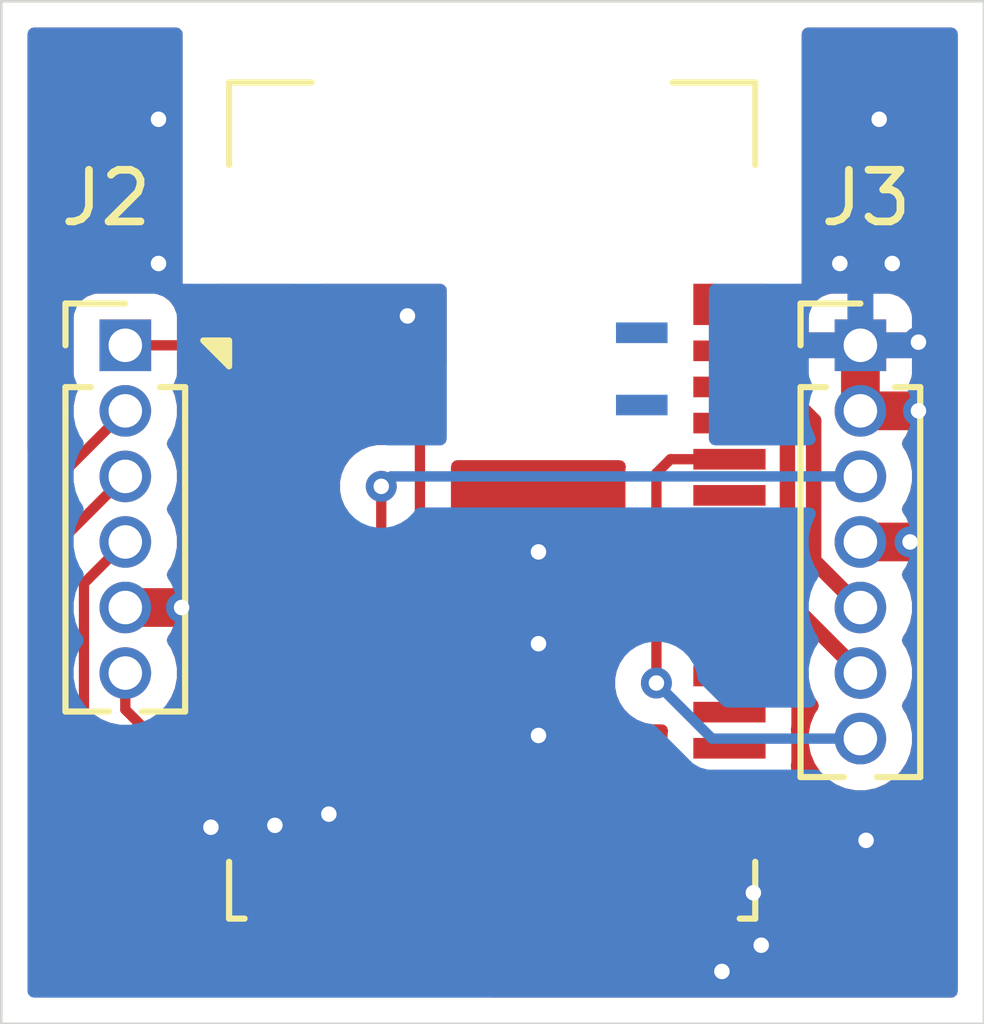
<source format=kicad_pcb>
(kicad_pcb (version 20241229) (generator "pcbnew") (generator_version "9.0")
  (layers (0 "F.Cu" signal) (2 "B.Cu" signal) (13 "F.Paste" user) (15 "B.Paste" user) (5 "F.SilkS" user "F.Silkscreen") (7 "B.SilkS" user "B.Silkscreen") (1 "F.Mask" user) (3 "B.Mask" user) (25 "Edge.Cuts" user))
  (net 0 "")
  (net 1 "/GPIO_0")
  (net 2 "/SWCLK")
  (net 3 "/VDD")
  (net 4 "/RST")
  (net 5 "/GND")
  (net 6 "/GPIO_1")
  (net 7 "/SWDIO")
  (net 11 "/GPIO_2")
  (net 25 "/GPIO_3")
  (footprint "Connector_PinHeader_1.27mm:PinHeader_1x06_P1.27mm_Vertical" (layer "F.Cu") (at 135.5 93.025)
    (property "Reference" "J2" (at -0.372 -2.855 0) (layer "F.SilkS"))
    (property "Value" "Conn_01x06_Pin" (hide yes))
    (fp_line (start -1.16 -0.81) (end 0 -0.81) (stroke (width 0.12)) (layer "F.SilkS"))
    (fp_line (start -1.16 0) (end -1.16 -0.81) (stroke (width 0.12)) (layer "F.SilkS"))
    (fp_line (start -1.16 0.81) (end -1.16 7.095) (stroke (width 0.12)) (layer "F.SilkS"))
    (fp_line (start -1.16 0.81) (end -0.666708 0.81) (stroke (width 0.12)) (layer "F.SilkS"))
    (fp_line (start -1.16 7.095) (end -0.317923 7.095) (stroke (width 0.12)) (layer "F.SilkS"))
    (fp_line (start 0.317923 7.095) (end 1.16 7.095) (stroke (width 0.12)) (layer "F.SilkS"))
    (fp_line (start 0.666708 0.81) (end 1.16 0.81) (stroke (width 0.12)) (layer "F.SilkS"))
    (fp_line (start 1.16 0.81) (end 1.16 7.095) (stroke (width 0.12)) (layer "F.SilkS"))
    (pad "1" thru_hole rect (at 0 0) (size 1 1) (drill 0.65) (layers "*.Cu" "*.Mask") (net 6 "/GPIO_1"))
    (pad "2" thru_hole circle (at 0 1.27) (size 1 1) (drill 0.65) (layers "*.Cu" "*.Mask") (net 25 "/GPIO_3"))
    (pad "3" thru_hole circle (at 0 2.54) (size 1 1) (drill 0.65) (layers "*.Cu" "*.Mask") (net 11 "/GPIO_2"))
    (pad "4" thru_hole circle (at 0 3.81) (size 1 1) (drill 0.65) (layers "*.Cu" "*.Mask") (net 1 "/GPIO_0"))
    (pad "5" thru_hole circle (at 0 5.08) (size 1 1) (drill 0.65) (layers "*.Cu" "*.Mask") (net 5 "/GND"))
    (pad "6" thru_hole circle (at 0 6.35) (size 1 1) (drill 0.65) (layers "*.Cu" "*.Mask") (net 3 "/VDD"))
  )
  (footprint "Connector_PinHeader_1.27mm:PinHeader_1x07_P1.27mm_Vertical" (layer "F.Cu") (at 149.75 93.025)
    (property "Reference" "J3" (at 0.11 -2.855 0) (layer "F.SilkS"))
    (property "Value" "Conn_01x07_Pin" (hide yes))
    (fp_line (start -1.16 -0.81) (end 0 -0.81) (stroke (width 0.12)) (layer "F.SilkS"))
    (fp_line (start -1.16 0) (end -1.16 -0.81) (stroke (width 0.12)) (layer "F.SilkS"))
    (fp_line (start -1.16 0.81) (end -1.16 8.365) (stroke (width 0.12)) (layer "F.SilkS"))
    (fp_line (start -1.16 0.81) (end -0.666708 0.81) (stroke (width 0.12)) (layer "F.SilkS"))
    (fp_line (start -1.16 8.365) (end -0.317923 8.365) (stroke (width 0.12)) (layer "F.SilkS"))
    (fp_line (start 0.317923 8.365) (end 1.16 8.365) (stroke (width 0.12)) (layer "F.SilkS"))
    (fp_line (start 0.666708 0.81) (end 1.16 0.81) (stroke (width 0.12)) (layer "F.SilkS"))
    (fp_line (start 1.16 0.81) (end 1.16 8.365) (stroke (width 0.12)) (layer "F.SilkS"))
    (pad "1" thru_hole rect (at 0 0) (size 1 1) (drill 0.65) (layers "*.Cu" "*.Mask") (net 5 "/GND"))
    (pad "2" thru_hole circle (at 0 1.27) (size 1 1) (drill 0.65) (layers "*.Cu" "*.Mask") (net 5 "/GND"))
    (pad "3" thru_hole circle (at 0 2.54) (size 1 1) (drill 0.65) (layers "*.Cu" "*.Mask") (net 3 "/VDD"))
    (pad "4" thru_hole circle (at 0 3.81) (size 1 1) (drill 0.65) (layers "*.Cu" "*.Mask") (net 5 "/GND"))
    (pad "5" thru_hole circle (at 0 5.08) (size 1 1) (drill 0.65) (layers "*.Cu" "*.Mask") (net 7 "/SWDIO"))
    (pad "6" thru_hole circle (at 0 6.35) (size 1 1) (drill 0.65) (layers "*.Cu" "*.Mask") (net 2 "/SWCLK"))
    (pad "7" thru_hole circle (at 0 7.62) (size 1 1) (drill 0.65) (layers "*.Cu" "*.Mask") (net 4 "/RST"))
  )
  (footprint "RF_Module:Raytac_MDBT42Q" (layer "F.Cu") (at 142.612 96.032)
    (property "Reference" "U1" (hide yes))
    (property "Value" "MDBT42Q-512K" (hide yes))
    (fp_line (start -5.1 -8.1) (end -5.1 -6.5) (stroke (width 0.12)) (layer "F.SilkS"))
    (fp_line (start -5.1 -8.1) (end -3.5 -8.1) (stroke (width 0.12)) (layer "F.SilkS"))
    (fp_line (start -5.1 8.1) (end -5.1 7) (stroke (width 0.12)) (layer "F.SilkS"))
    (fp_line (start -4.8 8.1) (end -5.1 8.1) (stroke (width 0.12)) (layer "F.SilkS"))
    (fp_line (start 3.5 -8.1) (end 5.1 -8.1) (stroke (width 0.12)) (layer "F.SilkS"))
    (fp_line (start 4.8 8.1) (end 5.1 8.1) (stroke (width 0.12)) (layer "F.SilkS"))
    (fp_line (start 5.1 -8.1) (end 5.1 -6.5) (stroke (width 0.12)) (layer "F.SilkS"))
    (fp_line (start 5.1 8.1) (end 5.1 7) (stroke (width 0.12)) (layer "F.SilkS"))
    (fp_poly (pts (xy -5.1 -3.1) (xy -5.6 -3.1) (xy -5.1 -2.6) (xy -5.1 -3.1)) (stroke (width 0.12)) (fill yes) (layer "F.SilkS"))
    (pad "1" smd rect (at -4.6 -3.8) (size 1.4 0.8) (layers "F.Cu" "F.Mask" "F.Paste") (net 5 "/GND"))
    (pad "2" smd rect (at -4.6 -0.8) (size 1.4 0.4) (layers "F.Cu" "F.Mask" "F.Paste"))
    (pad "3" smd rect (at -4.6 -0.1) (size 1.4 0.4) (layers "F.Cu" "F.Mask" "F.Paste"))
    (pad "4" smd rect (at -4.6 0.6) (size 1.4 0.4) (layers "F.Cu" "F.Mask" "F.Paste"))
    (pad "5" smd rect (at -4.6 1.3) (size 1.4 0.4) (layers "F.Cu" "F.Mask" "F.Paste"))
    (pad "6" smd rect (at -4.6 2) (size 1.4 0.4) (layers "F.Cu" "F.Mask" "F.Paste"))
    (pad "7" smd rect (at -4.6 2.7) (size 1.4 0.4) (layers "F.Cu" "F.Mask" "F.Paste"))
    (pad "8" smd rect (at -4.6 3.4) (size 1.4 0.4) (layers "F.Cu" "F.Mask" "F.Paste"))
    (pad "9" smd rect (at -4.6 4.1) (size 1.4 0.4) (layers "F.Cu" "F.Mask" "F.Paste"))
    (pad "10" smd rect (at -4.6 4.8) (size 1.4 0.4) (layers "F.Cu" "F.Mask" "F.Paste"))
    (pad "11" smd rect (at -4.6 5.5) (size 1.4 0.4) (layers "F.Cu" "F.Mask" "F.Paste") (net 3 "/VDD"))
    (pad "12" smd rect (at -4.2 7.6 90) (size 1.4 0.4) (layers "F.Cu" "F.Mask" "F.Paste") (net 5 "/GND"))
    (pad "13" smd rect (at -3.5 7.6 90) (size 1.4 0.4) (layers "F.Cu" "F.Mask" "F.Paste"))
    (pad "14" smd rect (at -2.8 7.6 90) (size 1.4 0.4) (layers "F.Cu" "F.Mask" "F.Paste"))
    (pad "15" smd rect (at -2.1 7.6 90) (size 1.4 0.4) (layers "F.Cu" "F.Mask" "F.Paste") (net 1 "/GPIO_0"))
    (pad "16" smd rect (at -1.4 7.6 90) (size 1.4 0.4) (layers "F.Cu" "F.Mask" "F.Paste") (net 6 "/GPIO_1"))
    (pad "17" smd rect (at -0.7 7.6 90) (size 1.4 0.4) (layers "F.Cu" "F.Mask" "F.Paste") (net 11 "/GPIO_2"))
    (pad "18" smd rect (at 0 7.6 90) (size 1.4 0.4) (layers "F.Cu" "F.Mask" "F.Paste") (net 25 "/GPIO_3"))
    (pad "19" smd rect (at 0.7 7.6 90) (size 1.4 0.4) (layers "F.Cu" "F.Mask" "F.Paste"))
    (pad "20" smd rect (at 1.4 7.6 90) (size 1.4 0.4) (layers "F.Cu" "F.Mask" "F.Paste"))
    (pad "21" smd rect (at 2.1 7.6 90) (size 1.4 0.4) (layers "F.Cu" "F.Mask" "F.Paste"))
    (pad "22" smd rect (at 2.8 7.6 90) (size 1.4 0.4) (layers "F.Cu" "F.Mask" "F.Paste"))
    (pad "23" smd rect (at 3.5 7.6 90) (size 1.4 0.4) (layers "F.Cu" "F.Mask" "F.Paste"))
    (pad "24" smd rect (at 4.2 7.6 90) (size 1.4 0.4) (layers "F.Cu" "F.Mask" "F.Paste") (net 5 "/GND"))
    (pad "25" smd rect (at 4.6 6.2) (size 1.4 0.4) (layers "F.Cu" "F.Mask" "F.Paste"))
    (pad "26" smd rect (at 4.6 5.5) (size 1.4 0.4) (layers "F.Cu" "F.Mask" "F.Paste"))
    (pad "27" smd rect (at 4.6 4.8) (size 1.4 0.4) (layers "F.Cu" "F.Mask" "F.Paste"))
    (pad "28" smd rect (at 4.6 4.1) (size 1.4 0.4) (layers "F.Cu" "F.Mask" "F.Paste"))
    (pad "29" smd rect (at 4.6 3.4) (size 1.4 0.4) (layers "F.Cu" "F.Mask" "F.Paste"))
    (pad "30" smd rect (at 4.6 2.7) (size 1.4 0.4) (layers "F.Cu" "F.Mask" "F.Paste"))
    (pad "31" smd rect (at 4.6 2) (size 1.4 0.4) (layers "F.Cu" "F.Mask" "F.Paste"))
    (pad "32" smd rect (at 4.6 1.3) (size 1.4 0.4) (layers "F.Cu" "F.Mask" "F.Paste"))
    (pad "33" smd rect (at 4.6 0.6) (size 1.4 0.4) (layers "F.Cu" "F.Mask" "F.Paste"))
    (pad "34" smd rect (at 4.6 -0.1) (size 1.4 0.4) (layers "F.Cu" "F.Mask" "F.Paste"))
    (pad "35" smd rect (at 4.6 -0.8) (size 1.4 0.4) (layers "F.Cu" "F.Mask" "F.Paste") (net 4 "/RST"))
    (pad "36" smd rect (at 4.6 -1.5) (size 1.4 0.4) (layers "F.Cu" "F.Mask" "F.Paste") (net 2 "/SWCLK"))
    (pad "37" smd rect (at 4.6 -2.2) (size 1.4 0.4) (layers "F.Cu" "F.Mask" "F.Paste") (net 7 "/SWDIO"))
    (pad "38" smd rect (at 4.6 -2.9) (size 1.4 0.4) (layers "F.Cu" "F.Mask" "F.Paste"))
    (pad "39" smd rect (at 4.6 -3.8) (size 1.4 0.8) (layers "F.Cu" "F.Mask" "F.Paste") (net 5 "/GND"))
    (pad "40" smd rect (at 2.9 -3.25) (size 1 0.4) (layers "B.Cu"))
    (pad "41" smd rect (at 2.9 -1.85) (size 1 0.4) (layers "B.Cu"))
    (zone (net 0) (net_name "") (layers "F.Cu" "B.Cu" "Dwgs.User") (connect_pads (clearance 0)) (min_thickness 0.25)
      (keepout (tracks not_allowed) (vias not_allowed) (pads not_allowed) (copperpour not_allowed) (footprints not_allowed))
      (fill (thermal_gap 0.5) (thermal_bridge_width 0.5))
      (polygon (pts (xy 136.612 87.032) (xy 136.612 91.832) (xy 148.612 91.832) (xy 148.612 87.032)))
    )
    (zone (net 0) (net_name "") (layers "F.Cu" "Dwgs.User") (connect_pads (clearance 0)) (min_thickness 0.25)
      (keepout (tracks not_allowed) (vias not_allowed) (pads not_allowed) (copperpour not_allowed) (footprints not_allowed))
      (fill (thermal_gap 0.5) (thermal_bridge_width 0.5))
      (polygon (pts (xy 142.112 91.832) (xy 142.112 94.932) (xy 146.512 94.932) (xy 146.512 91.832)))
    )
  )
  (gr_rect (start 133.096 86.36) (end 152.146 106.172) (stroke (width 0.05)) (fill no) (layer "Edge.Cuts"))
  (segment (start 135.5 96.835) (end 134.699 97.636) (width 0.2) (layer "F.Cu") (net 1))
  (segment (start 138.003 104.725) (end 140.225 104.725) (width 0.2) (layer "F.Cu") (net 1))
  (segment (start 134.699 101.421) (end 138.003 104.725) (width 0.2) (layer "F.Cu") (net 1))
  (segment (start 134.699 97.636) (end 134.699 101.421) (width 0.2) (layer "F.Cu") (net 1))
  (segment (start 140.512 104.438) (end 140.512 103.632) (width 0.2) (layer "F.Cu") (net 1))
  (segment (start 140.225 104.725) (end 140.512 104.438) (width 0.2) (layer "F.Cu") (net 1))
  (segment (start 147.212 94.532) (end 148.0645 94.532) (width 0.3) (layer "F.Cu") (net 2))
  (segment (start 148.336 97.961) (end 149.75 99.375) (width 0.3) (layer "F.Cu") (net 2))
  (segment (start 148.336 94.8035) (end 148.336 97.961) (width 0.3) (layer "F.Cu") (net 2))
  (segment (start 148.0645 94.532) (end 148.336 94.8035) (width 0.3) (layer "F.Cu") (net 2))
  (segment (start 135.5 100.082106) (end 136.949894 101.532) (width 0.2) (layer "F.Cu") (net 3))
  (segment (start 149.75 95.565) (end 149.75 95.427786) (width 0.2) (layer "F.Cu") (net 3))
  (segment (start 136.949894 101.532) (end 138.012 101.532) (width 0.2) (layer "F.Cu") (net 3))
  (segment (start 138.012 101.532) (end 138.814 101.532) (width 0.2) (layer "F.Cu") (net 3))
  (segment (start 140.462 99.884) (end 140.462 95.758) (width 0.2) (layer "F.Cu") (net 3))
  (segment (start 138.814 101.532) (end 140.462 99.884) (width 0.2) (layer "F.Cu") (net 3))
  (segment (start 135.5 99.375) (end 135.5 100.082106) (width 0.2) (layer "F.Cu") (net 3))
  (via (at 140.462 95.758) (size 0.6) (drill 0.3) (layers "F.Cu" "B.Cu") (net 3))
  (segment (start 140.655 95.565) (end 149.75 95.565) (width 0.2) (layer "B.Cu") (net 3))
  (segment (start 140.462 95.758) (end 140.655 95.565) (width 0.2) (layer "B.Cu") (net 3))
  (segment (start 146.068 95.232) (end 145.796 95.504) (width 0.2) (layer "F.Cu") (net 4))
  (segment (start 145.796 95.504) (end 145.796 99.568) (width 0.2) (layer "F.Cu") (net 4))
  (segment (start 147.212 95.232) (end 146.068 95.232) (width 0.2) (layer "F.Cu") (net 4))
  (via (at 145.796 99.568) (size 0.6) (drill 0.3) (layers "F.Cu" "B.Cu") (net 4))
  (segment (start 145.796 99.568) (end 146.873 100.645) (width 0.2) (layer "B.Cu") (net 4))
  (segment (start 146.873 100.645) (end 149.75 100.645) (width 0.2) (layer "B.Cu") (net 4))
  (segment (start 146.819 103.625) (end 146.812 103.632) (width 0.2) (layer "F.Cu") (net 5))
  (segment (start 147.066 105.156) (end 147.066 103.886) (width 0.4) (layer "F.Cu") (net 5))
  (segment (start 138.4 103.62) (end 138.412 103.632) (width 0.2) (layer "F.Cu") (net 5))
  (segment (start 149.75 94.295) (end 149.418 94.295) (width 0.2) (layer "F.Cu") (net 5))
  (segment (start 138.412 102.337) (end 138.4 102.325) (width 0.2) (layer "F.Cu") (net 5))
  (segment (start 135.5 98.105) (end 136.591 98.105) (width 0.75) (layer "F.Cu") (net 5))
  (segment (start 138.412 103.632) (end 138.412 102.337) (width 0.4) (layer "F.Cu") (net 5))
  (segment (start 149.75 96.835) (end 150.7134 96.835) (width 0.75) (layer "F.Cu") (net 5))
  (segment (start 149.393 94.35) (end 149.725 94.35) (width 0.2) (layer "F.Cu") (net 5))
  (segment (start 149.75 94.295) (end 149.75 93.025) (width 0.75) (layer "F.Cu") (net 5))
  (segment (start 147.066 103.886) (end 146.812 103.632) (width 0.4) (layer "F.Cu") (net 5))
  (segment (start 150.876 94.295) (end 149.75 94.295) (width 0.75) (layer "F.Cu") (net 5))
  (via (at 149.86 102.616) (size 0.6) (drill 0.3) (layers "F.Cu" "B.Cu") (net 5))
  (via (at 143.51 100.584) (size 0.6) (drill 0.3) (layers "F.Cu" "B.Cu") (net 5))
  (via (at 136.144 91.44) (size 0.6) (drill 0.3) (layers "F.Cu" "B.Cu") (net 5))
  (via (at 137.16 102.362) (size 0.6) (drill 0.3) (layers "F.Cu" "B.Cu") (net 5))
  (via (at 147.6756 103.632) (size 0.6) (drill 0.3) (layers "F.Cu" "B.Cu") (net 5))
  (via (at 147.066 105.156) (size 0.6) (drill 0.3) (layers "F.Cu" "B.Cu") (net 5))
  (via (at 143.51 97.028) (size 0.6) (drill 0.3) (layers "F.Cu" "B.Cu") (net 5))
  (via (at 150.876 92.964) (size 0.6) (drill 0.3) (layers "F.Cu" "B.Cu") (net 5))
  (via (at 138.4 102.325) (size 0.6) (drill 0.3) (layers "F.Cu" "B.Cu") (net 5))
  (via (at 150.368 91.44) (size 0.6) (drill 0.3) (layers "F.Cu" "B.Cu") (net 5))
  (via (at 150.114 88.646) (size 0.6) (drill 0.3) (layers "F.Cu" "B.Cu") (net 5))
  (via (at 149.352 91.44) (size 0.6) (drill 0.3) (layers "F.Cu" "B.Cu") (net 5))
  (via (at 150.876 94.295) (size 0.6) (drill 0.3) (layers "F.Cu" "B.Cu") (net 5))
  (via (at 150.7134 96.835) (size 0.6) (drill 0.3) (layers "F.Cu" "B.Cu") (net 5))
  (via (at 136.591 98.105) (size 0.6) (drill 0.3) (layers "F.Cu" "B.Cu") (net 5))
  (via (at 139.446 102.108) (size 0.6) (drill 0.3) (layers "F.Cu" "B.Cu") (net 5))
  (via (at 143.51 98.806) (size 0.6) (drill 0.3) (layers "F.Cu" "B.Cu") (net 5))
  (via (at 140.97 92.456) (size 0.6) (drill 0.3) (layers "F.Cu" "B.Cu") (net 5))
  (via (at 147.828 104.648) (size 0.6) (drill 0.3) (layers "F.Cu" "B.Cu") (net 5))
  (via (at 136.144 88.646) (size 0.6) (drill 0.3) (layers "F.Cu" "B.Cu") (net 5))
  (segment (start 135.5 93.025) (end 140.225 93.025) (width 0.2) (layer "F.Cu") (net 6))
  (segment (start 141.212 94.012) (end 141.212 103.632) (width 0.2) (layer "F.Cu") (net 6))
  (segment (start 140.225 93.025) (end 141.212 94.012) (width 0.2) (layer "F.Cu") (net 6))
  (segment (start 148.844 97.199) (end 149.75 98.105) (width 0.3) (layer "F.Cu") (net 7))
  (segment (start 148.844 94.488) (end 148.844 97.199) (width 0.3) (layer "F.Cu") (net 7))
  (segment (start 147.212 93.832) (end 148.188 93.832) (width 0.3) (layer "F.Cu") (net 7))
  (segment (start 148.188 93.832) (end 148.844 94.488) (width 0.3) (layer "F.Cu") (net 7))
  (segment (start 141.912 104.532) (end 141.912 103.632) (width 0.2) (layer "F.Cu") (net 11))
  (segment (start 141.319 105.125) (end 141.912 104.532) (width 0.2) (layer "F.Cu") (net 11))
  (segment (start 134.298 101.5871) (end 137.8359 105.125) (width 0.2) (layer "F.Cu") (net 11))
  (segment (start 134.298 96.767) (end 134.298 101.5871) (width 0.2) (layer "F.Cu") (net 11))
  (segment (start 135.5 95.565) (end 134.298 96.767) (width 0.2) (layer "F.Cu") (net 11))
  (segment (start 137.8359 105.125) (end 141.319 105.125) (width 0.2) (layer "F.Cu") (net 11))
  (segment (start 141.618 105.526) (end 142.612 104.532) (width 0.2) (layer "F.Cu") (net 25))
  (segment (start 142.612 104.532) (end 142.612 103.632) (width 0.2) (layer "F.Cu") (net 25))
  (segment (start 137.601 105.526) (end 141.618 105.526) (width 0.2) (layer "F.Cu") (net 25))
  (segment (start 135.5 94.295) (end 133.897 95.898) (width 0.2) (layer "F.Cu") (net 25))
  (segment (start 133.897 101.822) (end 137.601 105.526) (width 0.2) (layer "F.Cu") (net 25))
  (segment (start 133.897 95.898) (end 133.897 101.822) (width 0.2) (layer "F.Cu") (net 25))
  (zone (net 5) (net_name "/GND") (layers "F.Cu" "B.Cu") (connect_pads (clearance 0.5)) (min_thickness 0.25) (fill yes (thermal_gap 0.5) (thermal_bridge_width 0.5))
    (polygon (pts (xy 133.604 86.868) (xy 133.604 105.664) (xy 151.638 105.664) (xy 151.638 91.694) (xy 146.812 91.694) (xy 146.812 95.25) (xy 141.732 95.25) (xy 141.732 91.44) (xy 146.812 91.44) (xy 146.812 91.694) (xy 151.638 91.694) (xy 151.638 86.868)))
  )
)
</source>
